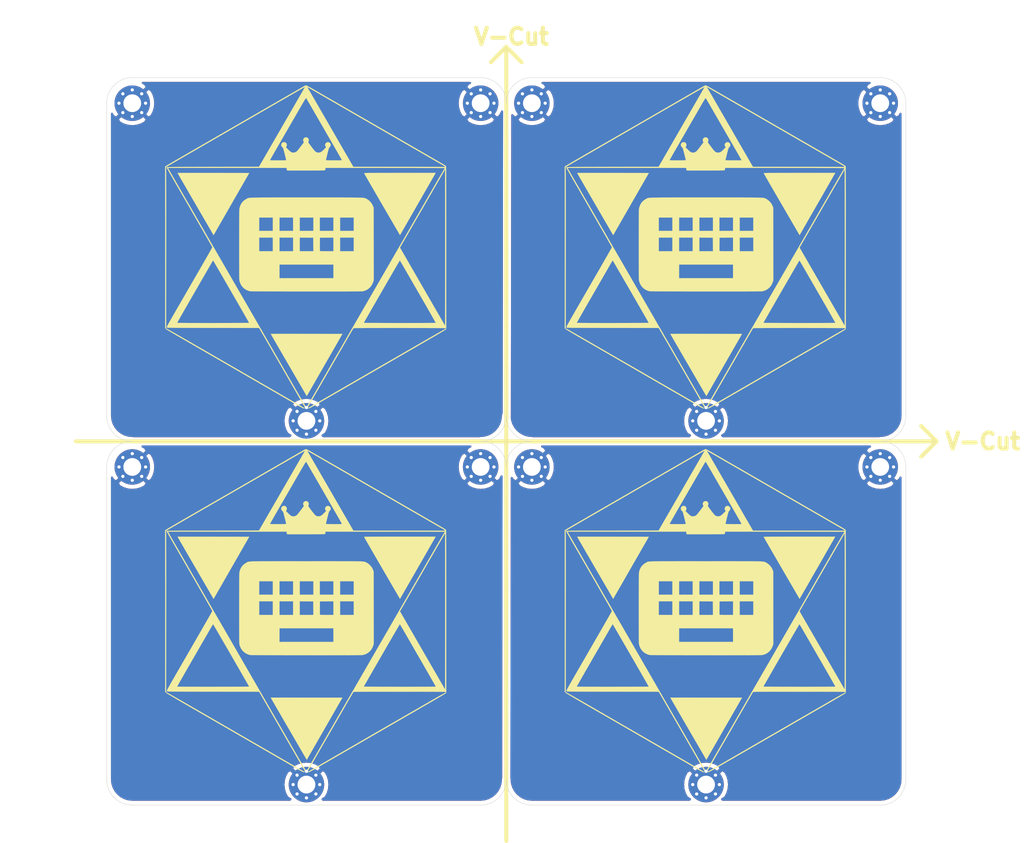
<source format=kicad_pcb>
(kicad_pcb (version 20171130) (host pcbnew 5.1.5+dfsg1-2build2)
  (layers (0 F.Cu signal) (31 B.Cu signal) (34 B.Paste user) (35 F.Paste user) (36 B.SilkS user) (37 F.SilkS user) (38 B.Mask user) (39 F.Mask user) (44 Edge.Cuts user))
  (net 0 "")
  (net 1 GND)
  (module local:makai2 (layer F.Cu) (at 137.16 116.205)
    (fp_text reference G*** hide)
    (fp_text value LOGO hide)
  )
  (module local:makai1 (layer F.Cu) (at 137.16 116.205)
    (fp_text reference G*** hide)
    (fp_text value LOGO hide)
  )
  (module local:cumo (layer B.Cu) (at 137.4648 115.8494)
    (fp_text reference G*** hide)
    (fp_text value LOGO hide)
  )
  (module local:makai2 (layer F.Cu) (at 87.63 116.205)
    (fp_text reference G*** hide)
    (fp_text value LOGO hide)
  )
  (module local:makai1 (layer F.Cu) (at 87.63 116.205)
    (fp_text reference G*** hide)
    (fp_text value LOGO hide)
  )
  (module local:cumo (layer B.Cu) (at 87.9348 115.8494)
    (fp_text reference G*** hide)
    (fp_text value LOGO hide)
  )
  (module local:makai2 (layer F.Cu) (at 87.63 71.12)
    (fp_text reference G*** hide)
    (fp_text value LOGO hide)
  )
  (module local:makai1 (layer F.Cu) (at 87.63 71.12)
    (fp_text reference G*** hide)
    (fp_text value LOGO hide)
  )
  (module local:cumo (layer B.Cu) (at 87.9348 70.7644)
    (fp_text reference G*** hide)
    (fp_text value LOGO hide)
  )
  (module local:makai2 (layer F.Cu) (at 137.16 71.12)
    (fp_text reference G*** hide)
    (fp_text value LOGO hide)
  )
  (module local:makai1 (layer F.Cu) (at 137.16 71.12)
    (fp_text reference G*** hide)
    (fp_text value LOGO hide)
  )
  (module local:cumo (layer B.Cu) (at 137.4648 70.7644)
    (fp_text reference G*** hide)
    (fp_text value LOGO hide)
  )
  (module MountingHole:MountingHole_2.2mm_M2_Pad_Via (layer F.Cu) (at 158.75 53.34)
    (fp_text reference J3 hide)
    (fp_text value Conn_01x01)
    (pad 1 thru_hole circle (at 0 0) (size 4.4 4.4) (drill 2.2) (layers *.Cu *.Mask) (net 1 GND))
    (pad 1 thru_hole circle (at 1.65 0) (size 0.7 0.7) (drill 0.4) (layers *.Cu *.Mask) (net 1 GND))
    (pad 1 thru_hole circle (at 1.166726 1.166726) (size 0.7 0.7) (drill 0.4) (layers *.Cu *.Mask) (net 1 GND))
    (pad 1 thru_hole circle (at 0 1.65) (size 0.7 0.7) (drill 0.4) (layers *.Cu *.Mask) (net 1 GND))
    (pad 1 thru_hole circle (at -1.166726 1.166726) (size 0.7 0.7) (drill 0.4) (layers *.Cu *.Mask) (net 1 GND))
    (pad 1 thru_hole circle (at -1.65 0) (size 0.7 0.7) (drill 0.4) (layers *.Cu *.Mask) (net 1 GND))
    (pad 1 thru_hole circle (at -1.166726 -1.166726) (size 0.7 0.7) (drill 0.4) (layers *.Cu *.Mask) (net 1 GND))
    (pad 1 thru_hole circle (at 0 -1.65) (size 0.7 0.7) (drill 0.4) (layers *.Cu *.Mask) (net 1 GND))
    (pad 1 thru_hole circle (at 1.166726 -1.166726) (size 0.7 0.7) (drill 0.4) (layers *.Cu *.Mask) (net 1 GND))
  )
  (module MountingHole:MountingHole_2.2mm_M2_Pad_Via (layer F.Cu) (at 115.57 98.425)
    (fp_text reference J1 hide)
    (fp_text value Conn_01x01)
    (pad 1 thru_hole circle (at 1.166726 -1.166726) (size 0.7 0.7) (drill 0.4) (layers *.Cu *.Mask) (net 1 GND))
    (pad 1 thru_hole circle (at 0 -1.65) (size 0.7 0.7) (drill 0.4) (layers *.Cu *.Mask) (net 1 GND))
    (pad 1 thru_hole circle (at -1.166726 -1.166726) (size 0.7 0.7) (drill 0.4) (layers *.Cu *.Mask) (net 1 GND))
    (pad 1 thru_hole circle (at -1.65 0) (size 0.7 0.7) (drill 0.4) (layers *.Cu *.Mask) (net 1 GND))
    (pad 1 thru_hole circle (at -1.166726 1.166726) (size 0.7 0.7) (drill 0.4) (layers *.Cu *.Mask) (net 1 GND))
    (pad 1 thru_hole circle (at 0 1.65) (size 0.7 0.7) (drill 0.4) (layers *.Cu *.Mask) (net 1 GND))
    (pad 1 thru_hole circle (at 1.166726 1.166726) (size 0.7 0.7) (drill 0.4) (layers *.Cu *.Mask) (net 1 GND))
    (pad 1 thru_hole circle (at 1.65 0) (size 0.7 0.7) (drill 0.4) (layers *.Cu *.Mask) (net 1 GND))
    (pad 1 thru_hole circle (at 0 0) (size 4.4 4.4) (drill 2.2) (layers *.Cu *.Mask) (net 1 GND))
  )
  (module MountingHole:MountingHole_2.2mm_M2_Pad_Via (layer F.Cu) (at 158.75 98.425)
    (fp_text reference J3 hide)
    (fp_text value Conn_01x01)
    (pad 1 thru_hole circle (at 1.166726 -1.166726) (size 0.7 0.7) (drill 0.4) (layers *.Cu *.Mask) (net 1 GND))
    (pad 1 thru_hole circle (at 0 -1.65) (size 0.7 0.7) (drill 0.4) (layers *.Cu *.Mask) (net 1 GND))
    (pad 1 thru_hole circle (at -1.166726 -1.166726) (size 0.7 0.7) (drill 0.4) (layers *.Cu *.Mask) (net 1 GND))
    (pad 1 thru_hole circle (at -1.65 0) (size 0.7 0.7) (drill 0.4) (layers *.Cu *.Mask) (net 1 GND))
    (pad 1 thru_hole circle (at -1.166726 1.166726) (size 0.7 0.7) (drill 0.4) (layers *.Cu *.Mask) (net 1 GND))
    (pad 1 thru_hole circle (at 0 1.65) (size 0.7 0.7) (drill 0.4) (layers *.Cu *.Mask) (net 1 GND))
    (pad 1 thru_hole circle (at 1.166726 1.166726) (size 0.7 0.7) (drill 0.4) (layers *.Cu *.Mask) (net 1 GND))
    (pad 1 thru_hole circle (at 1.65 0) (size 0.7 0.7) (drill 0.4) (layers *.Cu *.Mask) (net 1 GND))
    (pad 1 thru_hole circle (at 0 0) (size 4.4 4.4) (drill 2.2) (layers *.Cu *.Mask) (net 1 GND))
  )
  (module MountingHole:MountingHole_2.2mm_M2_Pad_Via (layer F.Cu) (at 137.16 137.795)
    (fp_text reference J2 hide)
    (fp_text value Conn_01x01)
    (pad 1 thru_hole circle (at 0 0) (size 4.4 4.4) (drill 2.2) (layers *.Cu *.Mask) (net 1 GND))
    (pad 1 thru_hole circle (at 1.65 0) (size 0.7 0.7) (drill 0.4) (layers *.Cu *.Mask) (net 1 GND))
    (pad 1 thru_hole circle (at 1.166726 1.166726) (size 0.7 0.7) (drill 0.4) (layers *.Cu *.Mask) (net 1 GND))
    (pad 1 thru_hole circle (at 0 1.65) (size 0.7 0.7) (drill 0.4) (layers *.Cu *.Mask) (net 1 GND))
    (pad 1 thru_hole circle (at -1.166726 1.166726) (size 0.7 0.7) (drill 0.4) (layers *.Cu *.Mask) (net 1 GND))
    (pad 1 thru_hole circle (at -1.65 0) (size 0.7 0.7) (drill 0.4) (layers *.Cu *.Mask) (net 1 GND))
    (pad 1 thru_hole circle (at -1.166726 -1.166726) (size 0.7 0.7) (drill 0.4) (layers *.Cu *.Mask) (net 1 GND))
    (pad 1 thru_hole circle (at 0 -1.65) (size 0.7 0.7) (drill 0.4) (layers *.Cu *.Mask) (net 1 GND))
    (pad 1 thru_hole circle (at 1.166726 -1.166726) (size 0.7 0.7) (drill 0.4) (layers *.Cu *.Mask) (net 1 GND))
  )
  (module MountingHole:MountingHole_2.2mm_M2_Pad_Via (layer F.Cu) (at 87.63 137.795)
    (fp_text reference J2 hide)
    (fp_text value Conn_01x01)
    (pad 1 thru_hole circle (at 1.166726 -1.166726) (size 0.7 0.7) (drill 0.4) (layers *.Cu *.Mask) (net 1 GND))
    (pad 1 thru_hole circle (at 0 -1.65) (size 0.7 0.7) (drill 0.4) (layers *.Cu *.Mask) (net 1 GND))
    (pad 1 thru_hole circle (at -1.166726 -1.166726) (size 0.7 0.7) (drill 0.4) (layers *.Cu *.Mask) (net 1 GND))
    (pad 1 thru_hole circle (at -1.65 0) (size 0.7 0.7) (drill 0.4) (layers *.Cu *.Mask) (net 1 GND))
    (pad 1 thru_hole circle (at -1.166726 1.166726) (size 0.7 0.7) (drill 0.4) (layers *.Cu *.Mask) (net 1 GND))
    (pad 1 thru_hole circle (at 0 1.65) (size 0.7 0.7) (drill 0.4) (layers *.Cu *.Mask) (net 1 GND))
    (pad 1 thru_hole circle (at 1.166726 1.166726) (size 0.7 0.7) (drill 0.4) (layers *.Cu *.Mask) (net 1 GND))
    (pad 1 thru_hole circle (at 1.65 0) (size 0.7 0.7) (drill 0.4) (layers *.Cu *.Mask) (net 1 GND))
    (pad 1 thru_hole circle (at 0 0) (size 4.4 4.4) (drill 2.2) (layers *.Cu *.Mask) (net 1 GND))
  )
  (module MountingHole:MountingHole_2.2mm_M2_Pad_Via (layer F.Cu) (at 109.22 98.425)
    (fp_text reference J3 hide)
    (fp_text value Conn_01x01)
    (pad 1 thru_hole circle (at 0 0) (size 4.4 4.4) (drill 2.2) (layers *.Cu *.Mask) (net 1 GND))
    (pad 1 thru_hole circle (at 1.65 0) (size 0.7 0.7) (drill 0.4) (layers *.Cu *.Mask) (net 1 GND))
    (pad 1 thru_hole circle (at 1.166726 1.166726) (size 0.7 0.7) (drill 0.4) (layers *.Cu *.Mask) (net 1 GND))
    (pad 1 thru_hole circle (at 0 1.65) (size 0.7 0.7) (drill 0.4) (layers *.Cu *.Mask) (net 1 GND))
    (pad 1 thru_hole circle (at -1.166726 1.166726) (size 0.7 0.7) (drill 0.4) (layers *.Cu *.Mask) (net 1 GND))
    (pad 1 thru_hole circle (at -1.65 0) (size 0.7 0.7) (drill 0.4) (layers *.Cu *.Mask) (net 1 GND))
    (pad 1 thru_hole circle (at -1.166726 -1.166726) (size 0.7 0.7) (drill 0.4) (layers *.Cu *.Mask) (net 1 GND))
    (pad 1 thru_hole circle (at 0 -1.65) (size 0.7 0.7) (drill 0.4) (layers *.Cu *.Mask) (net 1 GND))
    (pad 1 thru_hole circle (at 1.166726 -1.166726) (size 0.7 0.7) (drill 0.4) (layers *.Cu *.Mask) (net 1 GND))
  )
  (module MountingHole:MountingHole_2.2mm_M2_Pad_Via (layer F.Cu) (at 66.04 98.425)
    (fp_text reference J1 hide)
    (fp_text value Conn_01x01)
    (pad 1 thru_hole circle (at 0 0) (size 4.4 4.4) (drill 2.2) (layers *.Cu *.Mask) (net 1 GND))
    (pad 1 thru_hole circle (at 1.65 0) (size 0.7 0.7) (drill 0.4) (layers *.Cu *.Mask) (net 1 GND))
    (pad 1 thru_hole circle (at 1.166726 1.166726) (size 0.7 0.7) (drill 0.4) (layers *.Cu *.Mask) (net 1 GND))
    (pad 1 thru_hole circle (at 0 1.65) (size 0.7 0.7) (drill 0.4) (layers *.Cu *.Mask) (net 1 GND))
    (pad 1 thru_hole circle (at -1.166726 1.166726) (size 0.7 0.7) (drill 0.4) (layers *.Cu *.Mask) (net 1 GND))
    (pad 1 thru_hole circle (at -1.65 0) (size 0.7 0.7) (drill 0.4) (layers *.Cu *.Mask) (net 1 GND))
    (pad 1 thru_hole circle (at -1.166726 -1.166726) (size 0.7 0.7) (drill 0.4) (layers *.Cu *.Mask) (net 1 GND))
    (pad 1 thru_hole circle (at 0 -1.65) (size 0.7 0.7) (drill 0.4) (layers *.Cu *.Mask) (net 1 GND))
    (pad 1 thru_hole circle (at 1.166726 -1.166726) (size 0.7 0.7) (drill 0.4) (layers *.Cu *.Mask) (net 1 GND))
  )
  (module MountingHole:MountingHole_2.2mm_M2_Pad_Via (layer F.Cu) (at 137.16 92.71)
    (fp_text reference J2 hide)
    (fp_text value Conn_01x01)
    (pad 1 thru_hole circle (at 1.166726 -1.166726) (size 0.7 0.7) (drill 0.4) (layers *.Cu *.Mask) (net 1 GND))
    (pad 1 thru_hole circle (at 0 -1.65) (size 0.7 0.7) (drill 0.4) (layers *.Cu *.Mask) (net 1 GND))
    (pad 1 thru_hole circle (at -1.166726 -1.166726) (size 0.7 0.7) (drill 0.4) (layers *.Cu *.Mask) (net 1 GND))
    (pad 1 thru_hole circle (at -1.65 0) (size 0.7 0.7) (drill 0.4) (layers *.Cu *.Mask) (net 1 GND))
    (pad 1 thru_hole circle (at -1.166726 1.166726) (size 0.7 0.7) (drill 0.4) (layers *.Cu *.Mask) (net 1 GND))
    (pad 1 thru_hole circle (at 0 1.65) (size 0.7 0.7) (drill 0.4) (layers *.Cu *.Mask) (net 1 GND))
    (pad 1 thru_hole circle (at 1.166726 1.166726) (size 0.7 0.7) (drill 0.4) (layers *.Cu *.Mask) (net 1 GND))
    (pad 1 thru_hole circle (at 1.65 0) (size 0.7 0.7) (drill 0.4) (layers *.Cu *.Mask) (net 1 GND))
    (pad 1 thru_hole circle (at 0 0) (size 4.4 4.4) (drill 2.2) (layers *.Cu *.Mask) (net 1 GND))
  )
  (module MountingHole:MountingHole_2.2mm_M2_Pad_Via (layer F.Cu) (at 115.57 53.34)
    (fp_text reference J1 hide)
    (fp_text value Conn_01x01)
    (pad 1 thru_hole circle (at 0 0) (size 4.4 4.4) (drill 2.2) (layers *.Cu *.Mask) (net 1 GND))
    (pad 1 thru_hole circle (at 1.65 0) (size 0.7 0.7) (drill 0.4) (layers *.Cu *.Mask) (net 1 GND))
    (pad 1 thru_hole circle (at 1.166726 1.166726) (size 0.7 0.7) (drill 0.4) (layers *.Cu *.Mask) (net 1 GND))
    (pad 1 thru_hole circle (at 0 1.65) (size 0.7 0.7) (drill 0.4) (layers *.Cu *.Mask) (net 1 GND))
    (pad 1 thru_hole circle (at -1.166726 1.166726) (size 0.7 0.7) (drill 0.4) (layers *.Cu *.Mask) (net 1 GND))
    (pad 1 thru_hole circle (at -1.65 0) (size 0.7 0.7) (drill 0.4) (layers *.Cu *.Mask) (net 1 GND))
    (pad 1 thru_hole circle (at -1.166726 -1.166726) (size 0.7 0.7) (drill 0.4) (layers *.Cu *.Mask) (net 1 GND))
    (pad 1 thru_hole circle (at 0 -1.65) (size 0.7 0.7) (drill 0.4) (layers *.Cu *.Mask) (net 1 GND))
    (pad 1 thru_hole circle (at 1.166726 -1.166726) (size 0.7 0.7) (drill 0.4) (layers *.Cu *.Mask) (net 1 GND))
  )
  (module MountingHole:MountingHole_2.2mm_M2_Pad_Via (layer F.Cu) (at 66.04 53.34)
    (fp_text reference J1 hide)
    (fp_text value Conn_01x01)
    (pad 1 thru_hole circle (at 1.166726 -1.166726) (size 0.7 0.7) (drill 0.4) (layers *.Cu *.Mask) (net 1 GND))
    (pad 1 thru_hole circle (at 0 -1.65) (size 0.7 0.7) (drill 0.4) (layers *.Cu *.Mask) (net 1 GND))
    (pad 1 thru_hole circle (at -1.166726 -1.166726) (size 0.7 0.7) (drill 0.4) (layers *.Cu *.Mask) (net 1 GND))
    (pad 1 thru_hole circle (at -1.65 0) (size 0.7 0.7) (drill 0.4) (layers *.Cu *.Mask) (net 1 GND))
    (pad 1 thru_hole circle (at -1.166726 1.166726) (size 0.7 0.7) (drill 0.4) (layers *.Cu *.Mask) (net 1 GND))
    (pad 1 thru_hole circle (at 0 1.65) (size 0.7 0.7) (drill 0.4) (layers *.Cu *.Mask) (net 1 GND))
    (pad 1 thru_hole circle (at 1.166726 1.166726) (size 0.7 0.7) (drill 0.4) (layers *.Cu *.Mask) (net 1 GND))
    (pad 1 thru_hole circle (at 1.65 0) (size 0.7 0.7) (drill 0.4) (layers *.Cu *.Mask) (net 1 GND))
    (pad 1 thru_hole circle (at 0 0) (size 4.4 4.4) (drill 2.2) (layers *.Cu *.Mask) (net 1 GND))
  )
  (module MountingHole:MountingHole_2.2mm_M2_Pad_Via (layer F.Cu) (at 87.63 92.71)
    (fp_text reference J2 hide)
    (fp_text value Conn_01x01)
    (pad 1 thru_hole circle (at 0 0) (size 4.4 4.4) (drill 2.2) (layers *.Cu *.Mask) (net 1 GND))
    (pad 1 thru_hole circle (at 1.65 0) (size 0.7 0.7) (drill 0.4) (layers *.Cu *.Mask) (net 1 GND))
    (pad 1 thru_hole circle (at 1.166726 1.166726) (size 0.7 0.7) (drill 0.4) (layers *.Cu *.Mask) (net 1 GND))
    (pad 1 thru_hole circle (at 0 1.65) (size 0.7 0.7) (drill 0.4) (layers *.Cu *.Mask) (net 1 GND))
    (pad 1 thru_hole circle (at -1.166726 1.166726) (size 0.7 0.7) (drill 0.4) (layers *.Cu *.Mask) (net 1 GND))
    (pad 1 thru_hole circle (at -1.65 0) (size 0.7 0.7) (drill 0.4) (layers *.Cu *.Mask) (net 1 GND))
    (pad 1 thru_hole circle (at -1.166726 -1.166726) (size 0.7 0.7) (drill 0.4) (layers *.Cu *.Mask) (net 1 GND))
    (pad 1 thru_hole circle (at 0 -1.65) (size 0.7 0.7) (drill 0.4) (layers *.Cu *.Mask) (net 1 GND))
    (pad 1 thru_hole circle (at 1.166726 -1.166726) (size 0.7 0.7) (drill 0.4) (layers *.Cu *.Mask) (net 1 GND))
  )
  (module MountingHole:MountingHole_2.2mm_M2_Pad_Via (layer F.Cu) (at 109.22 53.34)
    (fp_text reference J3 hide)
    (fp_text value Conn_01x01)
    (pad 1 thru_hole circle (at 1.166726 -1.166726) (size 0.7 0.7) (drill 0.4) (layers *.Cu *.Mask) (net 1 GND))
    (pad 1 thru_hole circle (at 0 -1.65) (size 0.7 0.7) (drill 0.4) (layers *.Cu *.Mask) (net 1 GND))
    (pad 1 thru_hole circle (at -1.166726 -1.166726) (size 0.7 0.7) (drill 0.4) (layers *.Cu *.Mask) (net 1 GND))
    (pad 1 thru_hole circle (at -1.65 0) (size 0.7 0.7) (drill 0.4) (layers *.Cu *.Mask) (net 1 GND))
    (pad 1 thru_hole circle (at -1.166726 1.166726) (size 0.7 0.7) (drill 0.4) (layers *.Cu *.Mask) (net 1 GND))
    (pad 1 thru_hole circle (at 0 1.65) (size 0.7 0.7) (drill 0.4) (layers *.Cu *.Mask) (net 1 GND))
    (pad 1 thru_hole circle (at 1.166726 1.166726) (size 0.7 0.7) (drill 0.4) (layers *.Cu *.Mask) (net 1 GND))
    (pad 1 thru_hole circle (at 1.65 0) (size 0.7 0.7) (drill 0.4) (layers *.Cu *.Mask) (net 1 GND))
    (pad 1 thru_hole circle (at 0 0) (size 4.4 4.4) (drill 2.2) (layers *.Cu *.Mask) (net 1 GND))
  )
  (gr_line (start 154.4066 106.2482) (end 154.4066 106.5022) (layer F.SilkS) (width 0.12))
  (gr_line (start 154.4066 106.5022) (end 154.3304 106.2228) (layer F.SilkS) (width 0.12))
  (gr_line (start 104.8766 106.2482) (end 104.8766 106.5022) (layer F.SilkS) (width 0.12))
  (gr_line (start 104.8766 106.5022) (end 104.8004 106.2228) (layer F.SilkS) (width 0.12))
  (gr_line (start 104.8766 61.1632) (end 104.8766 61.4172) (layer F.SilkS) (width 0.12))
  (gr_line (start 104.8766 61.4172) (end 104.8004 61.1378) (layer F.SilkS) (width 0.12))
  (gr_line (start 154.4066 61.4172) (end 154.3304 61.1378) (layer F.SilkS) (width 0.12))
  (gr_line (start 154.4066 61.1632) (end 154.4066 61.4172) (layer F.SilkS) (width 0.12))
  (gr_text V-Cut (at 113.03 45.085) (layer F.SilkS) (effects (font (size 2 2) (thickness 0.5))))
  (gr_text V-Cut (at 171.45 95.25) (layer F.SilkS) (effects (font (size 2 2) (thickness 0.5))))
  (gr_line (start 165.735 95.25) (end 163.83 93.345) (layer F.SilkS) (width 0.5))
  (gr_line (start 165.735 95.25) (end 163.83 97.155) (layer F.SilkS) (width 0.5))
  (gr_line (start 59.055 95.25) (end 165.735 95.25) (layer F.SilkS) (width 0.5))
  (gr_line (start 112.395 46.355) (end 114.3 48.26) (layer F.SilkS) (width 0.5))
  (gr_line (start 112.395 46.355) (end 110.49 48.26) (layer F.SilkS) (width 0.5))
  (gr_line (start 112.395 144.78) (end 112.395 46.355) (layer F.SilkS) (width 0.5))
  (gr_line (start 161.925 137.16) (end 161.925 98.425) (layer Edge.Cuts) (width 0.05))
  (gr_arc (start 115.57 98.425) (end 115.57 95.25) (angle -90) (layer Edge.Cuts) (width 0.05))
  (gr_arc (start 158.75 98.425) (end 161.925 98.425) (angle -90) (layer Edge.Cuts) (width 0.05))
  (gr_arc (start 115.57 137.16) (end 112.395 137.16) (angle -90) (layer Edge.Cuts) (width 0.05))
  (gr_line (start 158.75 140.335) (end 115.57 140.335) (layer Edge.Cuts) (width 0.05))
  (gr_arc (start 158.75 137.16) (end 158.75 140.335) (angle -90) (layer Edge.Cuts) (width 0.05))
  (gr_line (start 109.22 140.335) (end 66.04 140.335) (layer Edge.Cuts) (width 0.05))
  (gr_arc (start 109.22 98.425) (end 112.395 98.425) (angle -90) (layer Edge.Cuts) (width 0.05))
  (gr_arc (start 109.22 137.16) (end 109.22 140.335) (angle -90) (layer Edge.Cuts) (width 0.05))
  (gr_arc (start 66.04 137.16) (end 62.865 137.16) (angle -90) (layer Edge.Cuts) (width 0.05))
  (gr_line (start 62.865 98.425) (end 62.865 137.16) (layer Edge.Cuts) (width 0.05))
  (gr_arc (start 66.04 98.425) (end 66.04 95.25) (angle -90) (layer Edge.Cuts) (width 0.05))
  (gr_line (start 161.925 92.075) (end 161.925 53.34) (layer Edge.Cuts) (width 0.05))
  (gr_arc (start 158.75 53.34) (end 161.925 53.34) (angle -90) (layer Edge.Cuts) (width 0.05))
  (gr_arc (start 158.75 92.075) (end 158.75 95.25) (angle -90) (layer Edge.Cuts) (width 0.05))
  (gr_arc (start 115.57 92.075) (end 112.395 92.075) (angle -90) (layer Edge.Cuts) (width 0.05))
  (gr_arc (start 115.57 53.34) (end 115.57 50.165) (angle -90) (layer Edge.Cuts) (width 0.05))
  (gr_line (start 158.75 50.165) (end 115.57 50.165) (layer Edge.Cuts) (width 0.05))
  (gr_line (start 109.22 50.165) (end 66.04 50.165) (layer Edge.Cuts) (width 0.05))
  (gr_line (start 62.865 53.34) (end 62.865 92.075) (layer Edge.Cuts) (width 0.05))
  (gr_arc (start 66.04 92.075) (end 62.865 92.075) (angle -90) (layer Edge.Cuts) (width 0.05))
  (gr_arc (start 109.22 92.075) (end 109.22 95.25) (angle -90) (layer Edge.Cuts) (width 0.05))
  (gr_arc (start 66.04 53.34) (end 66.04 50.165) (angle -90) (layer Edge.Cuts) (width 0.05))
  (gr_arc (start 109.22 53.34) (end 112.395 53.34) (angle -90) (layer Edge.Cuts) (width 0.05))
  (zone (net 1) (net_name GND) (layer F.Cu) (connect_pads (clearance 0.508)) (min_thickness 0.254) (fill yes (arc_segments 32) (thermal_gap 0.508) (thermal_bridge_width 0.508))
    (polygon (pts (xy 112.395 95.25) (xy 62.865 95.25) (xy 62.865 50.165) (xy 112.395 50.165)))
  )
  (zone (net 1) (net_name GND) (layer B.Cu) (connect_pads (clearance 0.508)) (min_thickness 0.254) (fill yes (arc_segments 32) (thermal_gap 0.508) (thermal_bridge_width 0.508))
    (polygon (pts (xy 112.395 95.25) (xy 62.865 95.25) (xy 62.865 50.165) (xy 112.395 50.165)))
  )
  (zone (net 1) (net_name GND) (layer F.Cu) (connect_pads (clearance 0.508)) (min_thickness 0.254) (fill yes (arc_segments 32) (thermal_gap 0.508) (thermal_bridge_width 0.508))
    (polygon (pts (xy 161.925 95.25) (xy 112.395 95.25) (xy 112.395 50.165) (xy 161.925 50.165)))
  )
  (zone (net 1) (net_name GND) (layer B.Cu) (connect_pads (clearance 0.508)) (min_thickness 0.254) (fill yes (arc_segments 32) (thermal_gap 0.508) (thermal_bridge_width 0.508))
    (polygon (pts (xy 161.925 95.25) (xy 112.395 95.25) (xy 112.395 50.165) (xy 161.925 50.165)))
  )
  (zone (net 1) (net_name GND) (layer F.Cu) (connect_pads (clearance 0.508)) (min_thickness 0.254) (fill yes (arc_segments 32) (thermal_gap 0.508) (thermal_bridge_width 0.508))
    (polygon (pts (xy 112.395 140.335) (xy 62.865 140.335) (xy 62.865 95.25) (xy 112.395 95.25)))
  )
  (zone (net 1) (net_name GND) (layer F.Cu) (connect_pads (clearance 0.508)) (min_thickness 0.254) (fill yes (arc_segments 32) (thermal_gap 0.508) (thermal_bridge_width 0.508))
    (polygon (pts (xy 161.925 140.335) (xy 112.395 140.335) (xy 112.395 95.25) (xy 161.925 95.25)))
  )
  (zone (net 1) (net_name GND) (layer B.Cu) (connect_pads (clearance 0.508)) (min_thickness 0.254) (fill yes (arc_segments 32) (thermal_gap 0.508) (thermal_bridge_width 0.508))
    (polygon (pts (xy 161.925 140.335) (xy 112.395 140.335) (xy 112.395 95.25) (xy 161.925 95.25)))
  )
  (zone (net 1) (net_name GND) (layer B.Cu) (connect_pads (clearance 0.508)) (min_thickness 0.254) (fill yes (arc_segments 32) (thermal_gap 0.508) (thermal_bridge_width 0.508))
    (polygon (pts (xy 112.395 140.335) (xy 62.865 140.335) (xy 62.865 95.25) (xy 112.395 95.25)))
  )
  (zone (net 0) (net_name "") (layers F&B.Cu) (connect_pads (clearance 0.508)) (min_thickness 0.254)
    (keepout (tracks not_allowed) (vias not_allowed) (copperpour not_allowed))
    (fill (arc_segments 32) (thermal_gap 0.508) (thermal_bridge_width 0.508))
    (polygon (pts (xy 158.75 95.758) (xy 65.532 95.758) (xy 65.532 94.742) (xy 158.75 94.742)))
  )
  (zone (net 0) (net_name "") (layers F&B.Cu) (connect_pads (clearance 0.508)) (min_thickness 0.254)
    (keepout (tracks not_allowed) (vias not_allowed) (copperpour not_allowed))
    (fill (arc_segments 32) (thermal_gap 0.508) (thermal_bridge_width 0.508))
    (polygon (pts (xy 113.03 44.958) (xy 112.903 138.176) (xy 111.887 138.176) (xy 112.014 44.958)))
  )
)
</source>
